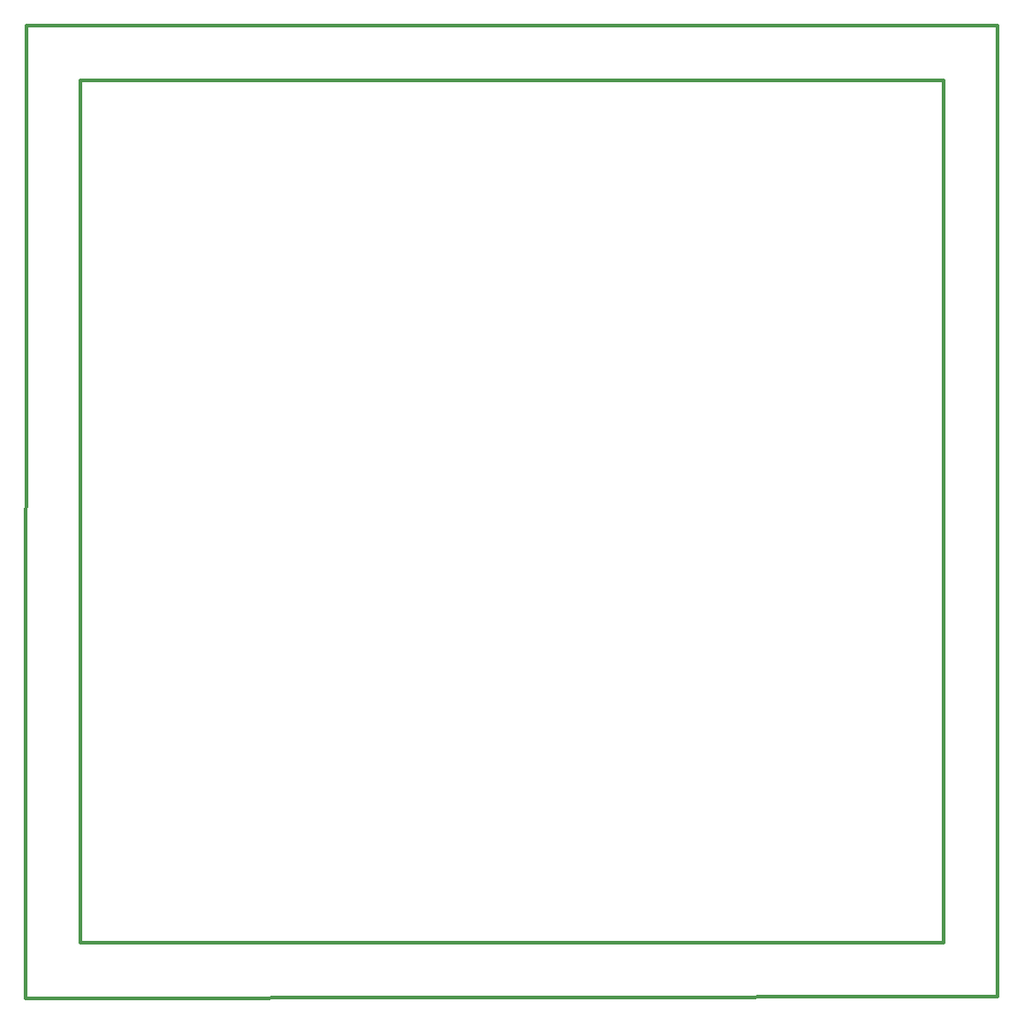
<source format=gbr>
%FSLAX34Y34*%
%MOMM*%
%LNOUTLINE*%
G71*
G01*
%ADD10C, 0.30*%
%LPD*%
G54D10*
X0Y0D02*
X900000Y0D01*
X900000Y-900000D01*
X-800Y-900900D01*
X0Y0D01*
G54D10*
X50000Y-50000D02*
X850000Y-50000D01*
X850000Y-850000D01*
X50000Y-850000D01*
X50000Y-50000D01*
M02*

</source>
